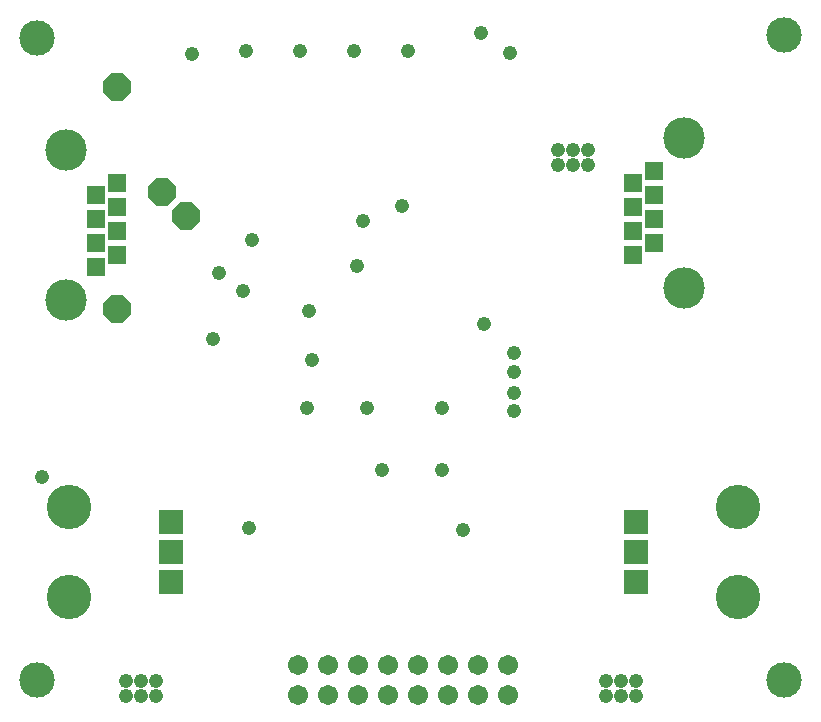
<source format=gbs>
G75*
%MOIN*%
%OFA0B0*%
%FSLAX24Y24*%
%IPPOS*%
%LPD*%
%AMOC8*
5,1,8,0,0,1.08239X$1,22.5*
%
%ADD10R,0.0595X0.0595*%
%ADD11C,0.1380*%
%ADD12R,0.0830X0.0830*%
%ADD13C,0.1480*%
%ADD14OC8,0.0930*%
%ADD15C,0.0675*%
%ADD16C,0.1182*%
%ADD17C,0.0476*%
D10*
X003680Y019793D03*
X003680Y020593D03*
X004380Y020193D03*
X004380Y020993D03*
X004380Y021793D03*
X003680Y021393D03*
X003680Y022193D03*
X004380Y022593D03*
X021580Y022593D03*
X022280Y022193D03*
X022280Y022993D03*
X021580Y021793D03*
X021580Y020993D03*
X022280Y020593D03*
X021580Y020193D03*
X022280Y021393D03*
D11*
X023280Y019093D03*
X023280Y024093D03*
X002680Y023693D03*
X002680Y018693D03*
D12*
X006180Y011293D03*
X006180Y010293D03*
X006180Y009293D03*
X021680Y009293D03*
X021680Y010293D03*
X021680Y011293D03*
D13*
X025080Y011793D03*
X025080Y008793D03*
X002780Y008793D03*
X002780Y011793D03*
D14*
X004380Y018393D03*
X006680Y021493D03*
X005880Y022293D03*
X004380Y025793D03*
D15*
X010430Y006543D03*
X010430Y005543D03*
X011430Y005543D03*
X012430Y005543D03*
X013430Y005543D03*
X014430Y005543D03*
X015430Y005543D03*
X016430Y005543D03*
X017430Y005543D03*
X017430Y006543D03*
X016430Y006543D03*
X015430Y006543D03*
X014430Y006543D03*
X013430Y006543D03*
X012430Y006543D03*
X011430Y006543D03*
D16*
X001730Y006043D03*
X001730Y027443D03*
X026630Y027543D03*
X026630Y006043D03*
D17*
X004680Y005493D03*
X005180Y005493D03*
X005180Y005993D03*
X005180Y005993D03*
X004680Y005993D03*
X005680Y005993D03*
X005680Y005493D03*
X008780Y011093D03*
X010730Y015093D03*
X010880Y016693D03*
X010780Y018343D03*
X012380Y019843D03*
X012580Y021343D03*
X013880Y021843D03*
X016630Y017893D03*
X017630Y016943D03*
X017630Y016293D03*
X017630Y015593D03*
X017630Y014993D03*
X015230Y015093D03*
X015230Y013043D03*
X013230Y013043D03*
X012730Y015093D03*
X015930Y011043D03*
X020680Y005993D03*
X020680Y005493D03*
X021180Y005493D03*
X021680Y005493D03*
X021680Y005993D03*
X021180Y005993D03*
X021180Y005993D03*
X007580Y017393D03*
X008580Y018993D03*
X007780Y019593D03*
X008880Y020693D03*
X006880Y026893D03*
X008680Y026993D03*
X010480Y026993D03*
X012280Y026993D03*
X014080Y026993D03*
X016530Y027593D03*
X017480Y026943D03*
X019080Y023693D03*
X019080Y023193D03*
X019580Y023193D03*
X020080Y023193D03*
X020080Y023693D03*
X019580Y023693D03*
X019580Y023693D03*
X001880Y012793D03*
M02*

</source>
